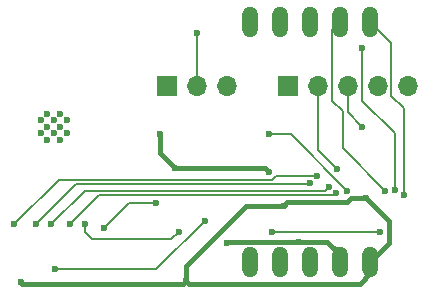
<source format=gbl>
G04 #@! TF.GenerationSoftware,KiCad,Pcbnew,8.0.4*
G04 #@! TF.CreationDate,2024-08-01T12:17:22+02:00*
G04 #@! TF.ProjectId,UPET-Wifi,55504554-2d57-4696-9669-2e6b69636164,rev?*
G04 #@! TF.SameCoordinates,Original*
G04 #@! TF.FileFunction,Copper,L2,Bot*
G04 #@! TF.FilePolarity,Positive*
%FSLAX46Y46*%
G04 Gerber Fmt 4.6, Leading zero omitted, Abs format (unit mm)*
G04 Created by KiCad (PCBNEW 8.0.4) date 2024-08-01 12:17:22*
%MOMM*%
%LPD*%
G01*
G04 APERTURE LIST*
G04 #@! TA.AperFunction,HeatsinkPad*
%ADD10C,0.600000*%
G04 #@! TD*
G04 #@! TA.AperFunction,ComponentPad*
%ADD11O,1.320800X2.641600*%
G04 #@! TD*
G04 #@! TA.AperFunction,ComponentPad*
%ADD12R,1.700000X1.700000*%
G04 #@! TD*
G04 #@! TA.AperFunction,ComponentPad*
%ADD13O,1.700000X1.700000*%
G04 #@! TD*
G04 #@! TA.AperFunction,ViaPad*
%ADD14C,0.600000*%
G04 #@! TD*
G04 #@! TA.AperFunction,Conductor*
%ADD15C,0.200000*%
G04 #@! TD*
G04 #@! TA.AperFunction,Conductor*
%ADD16C,0.400000*%
G04 #@! TD*
G04 APERTURE END LIST*
D10*
X123792500Y-95072500D03*
X124892500Y-95072500D03*
X123242500Y-94522500D03*
X124342500Y-94522500D03*
X125442500Y-94522500D03*
X123792500Y-93972500D03*
X124892500Y-93972500D03*
X123242500Y-93422500D03*
X124342500Y-93422500D03*
X125442500Y-93422500D03*
X123792500Y-92872500D03*
X124892500Y-92872500D03*
D11*
X151130000Y-85090000D03*
X148590000Y-85090000D03*
X146050000Y-85090000D03*
X143510000Y-85090000D03*
X140970000Y-85090000D03*
X140970000Y-105410000D03*
X143510000Y-105410000D03*
X146050000Y-105410000D03*
X148590000Y-105410000D03*
X151130000Y-105410000D03*
D12*
X144150000Y-90487500D03*
D13*
X146690000Y-90487500D03*
X149230000Y-90487500D03*
X151770000Y-90487500D03*
X154310000Y-90487500D03*
D12*
X133985000Y-90487500D03*
D13*
X136525000Y-90487500D03*
X139065000Y-90487500D03*
D14*
X134937500Y-102870000D03*
X127000000Y-102235000D03*
X142557500Y-97790000D03*
X149225000Y-99377500D03*
X142557500Y-94615000D03*
X148351060Y-97584320D03*
X150495000Y-93980000D03*
X133350000Y-94615000D03*
X134620000Y-97472500D03*
X152400000Y-99377500D03*
X150495000Y-87312500D03*
X153229219Y-99309106D03*
X153972500Y-99721462D03*
X145097500Y-103689200D03*
X136525000Y-86042500D03*
X143827500Y-100647500D03*
X150812500Y-100012500D03*
X142875000Y-102870000D03*
X151967500Y-102855000D03*
X124460000Y-106045000D03*
X137160000Y-101917500D03*
X120967500Y-102235000D03*
X146685000Y-98107500D03*
X146050000Y-98742500D03*
X122872500Y-102235000D03*
X147637500Y-99060000D03*
X124142500Y-102235000D03*
X148254590Y-99580000D03*
X125730000Y-102235000D03*
X128587500Y-102552500D03*
X133032500Y-100427500D03*
X139065000Y-103822500D03*
X135572500Y-106997500D03*
X121602500Y-107150000D03*
D15*
X134937500Y-102870000D02*
X134302500Y-103505000D01*
X134302500Y-103505000D02*
X127635000Y-103505000D01*
X127635000Y-103505000D02*
X127000000Y-102870000D01*
X127000000Y-102870000D02*
X127000000Y-102235000D01*
X137160000Y-101917500D02*
X133032500Y-106045000D01*
X133032500Y-106045000D02*
X124460000Y-106045000D01*
X145952500Y-98840000D02*
X146050000Y-98742500D01*
X122872500Y-102235000D02*
X126267500Y-98840000D01*
X126267500Y-98840000D02*
X145952500Y-98840000D01*
X143159239Y-98107500D02*
X146685000Y-98107500D01*
X142826739Y-98440000D02*
X143159239Y-98107500D01*
X120967500Y-102235000D02*
X124762500Y-98440000D01*
X124762500Y-98440000D02*
X142826739Y-98440000D01*
D16*
X134620000Y-97472500D02*
X142240000Y-97472500D01*
X142240000Y-97472500D02*
X142557500Y-97790000D01*
D15*
X146690000Y-90487500D02*
X146690000Y-95923260D01*
X146690000Y-95923260D02*
X148351060Y-97584320D01*
X144462500Y-94615000D02*
X142557500Y-94615000D01*
X149225000Y-99377500D02*
X144462500Y-94615000D01*
X142875000Y-102870000D02*
X145197539Y-102870000D01*
X145197539Y-102870000D02*
X145212539Y-102855000D01*
X145212539Y-102855000D02*
X151967500Y-102855000D01*
X150495000Y-91757500D02*
X153229219Y-94491719D01*
X151130000Y-85090000D02*
X152920000Y-86880000D01*
X152920000Y-91325000D02*
X153972500Y-92377500D01*
X152920000Y-86880000D02*
X152920000Y-91325000D01*
X150495000Y-87312500D02*
X150495000Y-91757500D01*
X153972500Y-92377500D02*
X153972500Y-99721462D01*
X153229219Y-94491719D02*
X153229219Y-99309106D01*
X147955000Y-91757500D02*
X147955000Y-85725000D01*
X148830000Y-92632500D02*
X147955000Y-91757500D01*
X148830000Y-95807500D02*
X148830000Y-92632500D01*
X147955000Y-85725000D02*
X148590000Y-85090000D01*
X152400000Y-99377500D02*
X148830000Y-95807500D01*
X150495000Y-93980000D02*
X149230000Y-92715000D01*
X149230000Y-92715000D02*
X149230000Y-90487500D01*
D16*
X133350000Y-94615000D02*
X133350000Y-96202500D01*
X133350000Y-96202500D02*
X134620000Y-97472500D01*
X152710661Y-101910661D02*
X150812500Y-100012500D01*
X152710661Y-103829339D02*
X152710661Y-101910661D01*
X151130000Y-105410000D02*
X152710661Y-103829339D01*
X145097500Y-103689200D02*
X147504200Y-103689200D01*
X139198300Y-103689200D02*
X145097500Y-103689200D01*
D15*
X136525000Y-86042500D02*
X136525000Y-90487500D01*
D16*
X143827500Y-100647500D02*
X140652500Y-100647500D01*
X140652500Y-100647500D02*
X135572500Y-105727500D01*
X135572500Y-105727500D02*
X135572500Y-106997500D01*
D15*
X148057090Y-99777500D02*
X148254590Y-99580000D01*
X125730000Y-102235000D02*
X128187500Y-99777500D01*
D16*
X150812500Y-100012500D02*
X149542500Y-100012500D01*
D15*
X128187500Y-99777500D02*
X148057090Y-99777500D01*
D16*
X149542500Y-100012500D02*
X149225000Y-100330000D01*
X149225000Y-100330000D02*
X144145000Y-100330000D01*
X144145000Y-100330000D02*
X143827500Y-100647500D01*
D15*
X127000000Y-99377500D02*
X147320000Y-99377500D01*
X128587500Y-102552500D02*
X130712500Y-100427500D01*
X130712500Y-100427500D02*
X133032500Y-100427500D01*
X147320000Y-99377500D02*
X147637500Y-99060000D01*
X124142500Y-102235000D02*
X127000000Y-99377500D01*
D16*
X139065000Y-103822500D02*
X139198300Y-103689200D01*
X148590000Y-104775000D02*
X148590000Y-105410000D01*
X147504200Y-103689200D02*
X148590000Y-104775000D01*
X135572500Y-106997500D02*
X135825000Y-107250000D01*
X135825000Y-107250000D02*
X150242500Y-107250000D01*
X151130000Y-106362500D02*
X151130000Y-105410000D01*
X150242500Y-107250000D02*
X151130000Y-106362500D01*
X135572500Y-106997500D02*
X135320000Y-107250000D01*
X135320000Y-107250000D02*
X121702500Y-107250000D01*
X121702500Y-107250000D02*
X121602500Y-107150000D01*
M02*

</source>
